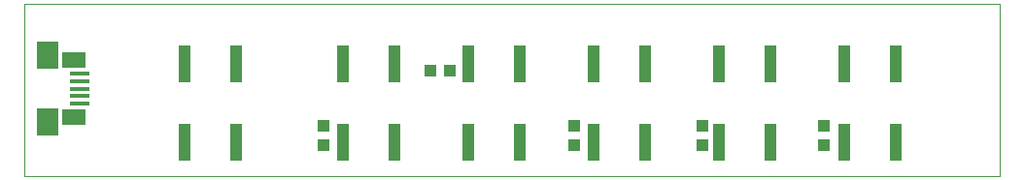
<source format=gtp>
G75*
%MOIN*%
%OFA0B0*%
%FSLAX25Y25*%
%IPPOS*%
%LPD*%
%AMOC8*
5,1,8,0,0,1.08239X$1,22.5*
%
%ADD10C,0.00000*%
%ADD11R,0.03937X0.12598*%
%ADD12R,0.04331X0.03937*%
%ADD13R,0.03937X0.04331*%
%ADD14R,0.06693X0.01772*%
%ADD15R,0.08268X0.05807*%
%ADD16R,0.07480X0.09350*%
D10*
X0002265Y0032362D02*
X0002265Y0091417D01*
X0336910Y0091417D01*
X0336910Y0032362D01*
X0002265Y0032362D01*
D11*
X0057156Y0043976D03*
X0074873Y0043976D03*
X0111406Y0043976D03*
X0129123Y0043976D03*
X0154406Y0043976D03*
X0172123Y0043976D03*
X0197406Y0043976D03*
X0215123Y0043976D03*
X0240406Y0043976D03*
X0258123Y0043976D03*
X0283406Y0043976D03*
X0301123Y0043976D03*
X0301123Y0070748D03*
X0283406Y0070748D03*
X0258123Y0070748D03*
X0240406Y0070748D03*
X0215123Y0070748D03*
X0197406Y0070748D03*
X0172123Y0070748D03*
X0154406Y0070748D03*
X0129123Y0070748D03*
X0111406Y0070748D03*
X0074873Y0070748D03*
X0057156Y0070748D03*
D12*
X0104765Y0049459D03*
X0104765Y0042766D03*
X0191015Y0042766D03*
X0191015Y0049459D03*
X0234765Y0049459D03*
X0234765Y0042766D03*
X0276635Y0042766D03*
X0276635Y0049459D03*
D13*
X0148111Y0068612D03*
X0141418Y0068612D03*
D14*
X0021288Y0067480D03*
X0021288Y0064921D03*
X0021288Y0062362D03*
X0021288Y0059803D03*
X0021288Y0057244D03*
D15*
X0019320Y0052520D03*
X0019320Y0072205D03*
D16*
X0010265Y0073976D03*
X0010265Y0050748D03*
M02*

</source>
